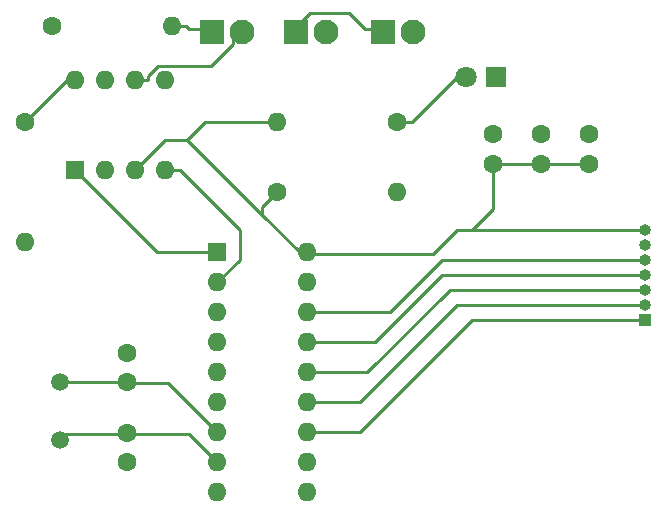
<source format=gbr>
%TF.GenerationSoftware,KiCad,Pcbnew,7.0.8*%
%TF.CreationDate,2023-10-19T16:09:30-04:00*%
%TF.ProjectId,CAN-Board-V1,43414e2d-426f-4617-9264-2d56312e6b69,rev?*%
%TF.SameCoordinates,Original*%
%TF.FileFunction,Copper,L1,Top*%
%TF.FilePolarity,Positive*%
%FSLAX46Y46*%
G04 Gerber Fmt 4.6, Leading zero omitted, Abs format (unit mm)*
G04 Created by KiCad (PCBNEW 7.0.8) date 2023-10-19 16:09:30*
%MOMM*%
%LPD*%
G01*
G04 APERTURE LIST*
%TA.AperFunction,ComponentPad*%
%ADD10R,1.600000X1.600000*%
%TD*%
%TA.AperFunction,ComponentPad*%
%ADD11O,1.600000X1.600000*%
%TD*%
%TA.AperFunction,ComponentPad*%
%ADD12C,1.500000*%
%TD*%
%TA.AperFunction,ComponentPad*%
%ADD13C,1.600000*%
%TD*%
%TA.AperFunction,ComponentPad*%
%ADD14R,1.000000X1.000000*%
%TD*%
%TA.AperFunction,ComponentPad*%
%ADD15O,1.000000X1.000000*%
%TD*%
%TA.AperFunction,ComponentPad*%
%ADD16R,1.800000X1.800000*%
%TD*%
%TA.AperFunction,ComponentPad*%
%ADD17C,1.800000*%
%TD*%
%TA.AperFunction,ComponentPad*%
%ADD18R,2.100000X2.100000*%
%TD*%
%TA.AperFunction,ComponentPad*%
%ADD19C,2.100000*%
%TD*%
%TA.AperFunction,Conductor*%
%ADD20C,0.250000*%
%TD*%
G04 APERTURE END LIST*
D10*
%TO.P,U1,1,TXD*%
%TO.N,Net-(U1-TXD)*%
X89535000Y-53340000D03*
D11*
%TO.P,U1,2,VSS*%
%TO.N,Earth*%
X92075000Y-53340000D03*
%TO.P,U1,3,VDD*%
%TO.N,VCC*%
X94615000Y-53340000D03*
%TO.P,U1,4,RXD*%
%TO.N,Net-(U1-RXD)*%
X97155000Y-53340000D03*
%TO.P,U1,5,Vref*%
%TO.N,unconnected-(U1-Vref-Pad5)*%
X97155000Y-45720000D03*
%TO.P,U1,6,CANL*%
%TO.N,CANL*%
X94615000Y-45720000D03*
%TO.P,U1,7,CANH*%
%TO.N,CANH*%
X92075000Y-45720000D03*
%TO.P,U1,8,Rs*%
%TO.N,Net-(U1-Rs)*%
X89535000Y-45720000D03*
%TD*%
D10*
%TO.P,U2,1,TXCAN*%
%TO.N,Net-(U1-TXD)*%
X101600000Y-60325000D03*
D11*
%TO.P,U2,2,RXCAN*%
%TO.N,Net-(U1-RXD)*%
X101600000Y-62865000D03*
%TO.P,U2,3,CLKOUT/SOF*%
%TO.N,unconnected-(U2-CLKOUT{slash}SOF-Pad3)*%
X101600000Y-65405000D03*
%TO.P,U2,4,\u002ATX0RTS*%
%TO.N,unconnected-(U2-\u002ATX0RTS-Pad4)*%
X101600000Y-67945000D03*
%TO.P,U2,5,\u002ATX1RTS*%
%TO.N,unconnected-(U2-\u002ATX1RTS-Pad5)*%
X101600000Y-70485000D03*
%TO.P,U2,6,\u002ATX2RTS*%
%TO.N,unconnected-(U2-\u002ATX2RTS-Pad6)*%
X101600000Y-73025000D03*
%TO.P,U2,7,OSC2*%
%TO.N,Net-(U2-OSC2)*%
X101600000Y-75565000D03*
%TO.P,U2,8,OSC1*%
%TO.N,Net-(U2-OSC1)*%
X101600000Y-78105000D03*
%TO.P,U2,9,VSS*%
%TO.N,Earth*%
X101600000Y-80645000D03*
%TO.P,U2,10,\u002ARX1BF*%
%TO.N,unconnected-(U2-\u002ARX1BF-Pad10)*%
X109220000Y-80645000D03*
%TO.P,U2,11,\u002ARX0BF*%
%TO.N,unconnected-(U2-\u002ARX0BF-Pad11)*%
X109220000Y-78105000D03*
%TO.P,U2,12,\u002AINT*%
%TO.N,Net-(J1-Pin_1)*%
X109220000Y-75565000D03*
%TO.P,U2,13,SCK*%
%TO.N,Net-(J1-Pin_2)*%
X109220000Y-73025000D03*
%TO.P,U2,14,SI*%
%TO.N,Net-(J1-Pin_3)*%
X109220000Y-70485000D03*
%TO.P,U2,15,SO*%
%TO.N,Net-(J1-Pin_4)*%
X109220000Y-67945000D03*
%TO.P,U2,16,\u002ACS*%
%TO.N,Net-(J1-Pin_5)*%
X109220000Y-65405000D03*
%TO.P,U2,17,\u002ARESET*%
%TO.N,Net-(U2-\u002ARESET)*%
X109220000Y-62865000D03*
%TO.P,U2,18,VDD*%
%TO.N,VCC*%
X109220000Y-60325000D03*
%TD*%
D12*
%TO.P,Y1,1,1*%
%TO.N,Net-(U2-OSC1)*%
X88265000Y-76200000D03*
%TO.P,Y1,2,2*%
%TO.N,Net-(U2-OSC2)*%
X88265000Y-71320000D03*
%TD*%
D13*
%TO.P,C1,1*%
%TO.N,Earth*%
X93980000Y-68834000D03*
%TO.P,C1,2*%
%TO.N,Net-(U2-OSC2)*%
X93980000Y-71334000D03*
%TD*%
%TO.P,C2,1*%
%TO.N,Earth*%
X93980000Y-78105000D03*
%TO.P,C2,2*%
%TO.N,Net-(U2-OSC1)*%
X93980000Y-75605000D03*
%TD*%
%TO.P,R1,1*%
%TO.N,VCC*%
X106680000Y-55245000D03*
D11*
%TO.P,R1,2*%
%TO.N,Net-(U2-\u002ARESET)*%
X116840000Y-55245000D03*
%TD*%
D13*
%TO.P,R2,1*%
%TO.N,Net-(U1-Rs)*%
X85344000Y-49276000D03*
D11*
%TO.P,R2,2*%
%TO.N,Earth*%
X85344000Y-59436000D03*
%TD*%
D13*
%TO.P,R3,1*%
%TO.N,Net-(D1-A)*%
X116840000Y-49276000D03*
D11*
%TO.P,R3,2*%
%TO.N,VCC*%
X106680000Y-49276000D03*
%TD*%
D14*
%TO.P,J1,1,Pin_1*%
%TO.N,Net-(J1-Pin_1)*%
X137795000Y-66040000D03*
D15*
%TO.P,J1,2,Pin_2*%
%TO.N,Net-(J1-Pin_2)*%
X137795000Y-64770000D03*
%TO.P,J1,3,Pin_3*%
%TO.N,Net-(J1-Pin_3)*%
X137795000Y-63500000D03*
%TO.P,J1,4,Pin_4*%
%TO.N,Net-(J1-Pin_4)*%
X137795000Y-62230000D03*
%TO.P,J1,5,Pin_5*%
%TO.N,Net-(J1-Pin_5)*%
X137795000Y-60960000D03*
%TO.P,J1,6,Pin_6*%
%TO.N,Earth*%
X137795000Y-59690000D03*
%TO.P,J1,7,Pin_7*%
%TO.N,VCC*%
X137795000Y-58420000D03*
%TD*%
D16*
%TO.P,D1,1,K*%
%TO.N,Earth*%
X125222000Y-45466000D03*
D17*
%TO.P,D1,2,A*%
%TO.N,Net-(D1-A)*%
X122682000Y-45466000D03*
%TD*%
D13*
%TO.P,C3,1*%
%TO.N,VCC*%
X129032000Y-52832000D03*
%TO.P,C3,2*%
%TO.N,Earth*%
X129032000Y-50332000D03*
%TD*%
%TO.P,C4,1*%
%TO.N,VCC*%
X133096000Y-52832000D03*
%TO.P,C4,2*%
%TO.N,Earth*%
X133096000Y-50332000D03*
%TD*%
%TO.P,C5,1*%
%TO.N,VCC*%
X124968000Y-52832000D03*
%TO.P,C5,2*%
%TO.N,Earth*%
X124968000Y-50332000D03*
%TD*%
D18*
%TO.P,J2,1,Pin_1*%
%TO.N,Net-(J2-Pin_1)*%
X101142800Y-41656000D03*
D19*
%TO.P,J2,2,Pin_2*%
%TO.N,CANL*%
X103682800Y-41656000D03*
%TD*%
D18*
%TO.P,J3,1,Pin_1*%
%TO.N,CANH*%
X108254800Y-41656000D03*
D19*
%TO.P,J3,2,Pin_2*%
%TO.N,CANL*%
X110794800Y-41656000D03*
%TD*%
D18*
%TO.P,J4,1,Pin_1*%
%TO.N,CANH*%
X115620800Y-41656000D03*
D19*
%TO.P,J4,2,Pin_2*%
%TO.N,CANL*%
X118160800Y-41656000D03*
%TD*%
D13*
%TO.P,R4,1*%
%TO.N,CANH*%
X87630000Y-41148000D03*
D11*
%TO.P,R4,2*%
%TO.N,Net-(J2-Pin_1)*%
X97790000Y-41148000D03*
%TD*%
D20*
%TO.N,VCC*%
X100584000Y-49276000D02*
X99060000Y-50800000D01*
X106680000Y-49276000D02*
X100584000Y-49276000D01*
%TO.N,Net-(D1-A)*%
X121920000Y-45466000D02*
X122682000Y-45466000D01*
X118110000Y-49276000D02*
X121920000Y-45466000D01*
X116586000Y-49276000D02*
X118110000Y-49276000D01*
%TO.N,Net-(U2-OSC2)*%
X101600000Y-75565000D02*
X97409000Y-71374000D01*
X97409000Y-71374000D02*
X94020000Y-71374000D01*
X93966000Y-71320000D02*
X93980000Y-71334000D01*
X88265000Y-71320000D02*
X93966000Y-71320000D01*
X94020000Y-71374000D02*
X93980000Y-71334000D01*
%TO.N,Net-(U2-OSC1)*%
X93893000Y-75692000D02*
X93980000Y-75605000D01*
X99187000Y-75692000D02*
X101600000Y-78105000D01*
X94067000Y-75692000D02*
X99187000Y-75692000D01*
X93980000Y-75605000D02*
X94067000Y-75692000D01*
X88773000Y-75692000D02*
X93893000Y-75692000D01*
X88265000Y-76200000D02*
X88773000Y-75692000D01*
%TO.N,Net-(J1-Pin_5)*%
X109220000Y-65405000D02*
X116205000Y-65405000D01*
X116205000Y-65405000D02*
X120650000Y-60960000D01*
X120650000Y-60960000D02*
X137795000Y-60960000D01*
%TO.N,Net-(J1-Pin_4)*%
X109220000Y-67945000D02*
X114935000Y-67945000D01*
X120650000Y-62230000D02*
X137795000Y-62230000D01*
X114935000Y-67945000D02*
X120650000Y-62230000D01*
%TO.N,Net-(J1-Pin_3)*%
X114300000Y-70485000D02*
X121285000Y-63500000D01*
X109220000Y-70485000D02*
X114300000Y-70485000D01*
X121285000Y-63500000D02*
X137795000Y-63500000D01*
%TO.N,Net-(J1-Pin_2)*%
X121920000Y-64770000D02*
X137795000Y-64770000D01*
X113665000Y-73025000D02*
X121920000Y-64770000D01*
X109220000Y-73025000D02*
X113665000Y-73025000D01*
%TO.N,Net-(J1-Pin_1)*%
X109220000Y-75565000D02*
X113665000Y-75565000D01*
X123190000Y-66040000D02*
X137795000Y-66040000D01*
X113665000Y-75565000D02*
X123190000Y-66040000D01*
%TO.N,Net-(J2-Pin_1)*%
X97790000Y-41148000D02*
X98916900Y-41148000D01*
X98916900Y-41148000D02*
X99221700Y-41452800D01*
X100940000Y-41452800D02*
X101041500Y-41554400D01*
X100940000Y-41452800D02*
X100990000Y-41452800D01*
X101142800Y-41655700D02*
X101142800Y-41656000D01*
X101041500Y-41554400D02*
X101142800Y-41655700D01*
X99221700Y-41452800D02*
X100940000Y-41452800D01*
X101041500Y-41554400D02*
X101143000Y-41656000D01*
%TO.N,Net-(U1-Rs)*%
X88900000Y-45720000D02*
X85344000Y-49276000D01*
X89535000Y-45720000D02*
X88900000Y-45720000D01*
%TO.N,Net-(U1-RXD)*%
X98425000Y-53340000D02*
X97155000Y-53340000D01*
X103505000Y-60960000D02*
X103505000Y-58420000D01*
X103505000Y-58420000D02*
X98425000Y-53340000D01*
X101600000Y-62865000D02*
X103505000Y-60960000D01*
%TO.N,CANH*%
X114092000Y-41452800D02*
X112715000Y-40075900D01*
X108254800Y-41656000D02*
X108254900Y-41655900D01*
X115468000Y-41503200D02*
X115468000Y-41452800D01*
X108102000Y-41452800D02*
X108102000Y-41503200D01*
X115544500Y-41579600D02*
X115468000Y-41503200D01*
X109479000Y-40075900D02*
X108102000Y-41452800D01*
X115621000Y-41656000D02*
X115544500Y-41579600D01*
X112715000Y-40075900D02*
X109479000Y-40075900D01*
X108102000Y-41503200D02*
X108254900Y-41655900D01*
X115544500Y-41579600D02*
X115620800Y-41655900D01*
X115468000Y-41452800D02*
X114092000Y-41452800D01*
X115620800Y-41655900D02*
X115620800Y-41656000D01*
%TO.N,CANL*%
X102912000Y-42731600D02*
X102912000Y-42203600D01*
X94615000Y-45720000D02*
X95741900Y-45720000D01*
X102912000Y-42203600D02*
X103530000Y-41585100D01*
X95741900Y-45438200D02*
X96587000Y-44593100D01*
X96587000Y-44593100D02*
X101050500Y-44593100D01*
X103135000Y-42203600D02*
X103682900Y-41656100D01*
X95741900Y-45720000D02*
X95741900Y-45438200D01*
X102912000Y-42203600D02*
X103135000Y-42203600D01*
X103682800Y-41656000D02*
X103682900Y-41656100D01*
X101050500Y-44593100D02*
X102912000Y-42731600D01*
%TO.N,VCC*%
X99060000Y-50800000D02*
X105410000Y-57150000D01*
X124968000Y-52832000D02*
X124968000Y-56642000D01*
X108585000Y-60325000D02*
X109220000Y-60325000D01*
X105410000Y-56515000D02*
X105410000Y-57150000D01*
X123190000Y-58420000D02*
X121920000Y-58420000D01*
X129032000Y-52832000D02*
X124968000Y-52832000D01*
X109347000Y-60452000D02*
X109220000Y-60325000D01*
X133096000Y-52832000D02*
X129032000Y-52832000D01*
X94615000Y-53340000D02*
X97155000Y-50800000D01*
X105410000Y-57150000D02*
X108585000Y-60325000D01*
X119888000Y-60452000D02*
X109347000Y-60452000D01*
X123190000Y-58420000D02*
X137795000Y-58420000D01*
X97155000Y-50800000D02*
X99060000Y-50800000D01*
X124968000Y-56642000D02*
X123190000Y-58420000D01*
X121920000Y-58420000D02*
X119888000Y-60452000D01*
X106680000Y-55245000D02*
X105410000Y-56515000D01*
%TO.N,Net-(U1-TXD)*%
X89535000Y-53340000D02*
X96520000Y-60325000D01*
X96520000Y-60325000D02*
X101600000Y-60325000D01*
%TD*%
M02*

</source>
